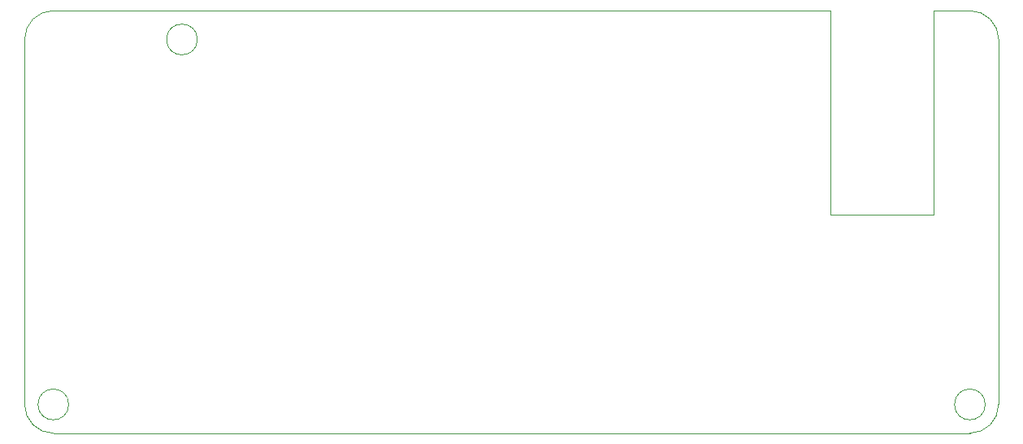
<source format=gm1>
%TF.GenerationSoftware,KiCad,Pcbnew,9.0.4-1.fc42app3*%
%TF.CreationDate,2025-10-31T17:54:05+01:00*%
%TF.ProjectId,ccc_macropad,6363635f-6d61-4637-926f-7061642e6b69,rev?*%
%TF.SameCoordinates,Original*%
%TF.FileFunction,Profile,NP*%
%FSLAX46Y46*%
G04 Gerber Fmt 4.6, Leading zero omitted, Abs format (unit mm)*
G04 Created by KiCad (PCBNEW 9.0.4-1.fc42app3) date 2025-10-31 17:54:05*
%MOMM*%
%LPD*%
G01*
G04 APERTURE LIST*
%TA.AperFunction,Profile*%
%ADD10C,0.038100*%
%TD*%
G04 APERTURE END LIST*
D10*
X210600000Y-79000000D02*
G75*
G02*
X207400000Y-79000000I-1600000J0D01*
G01*
X207400000Y-79000000D02*
G75*
G02*
X210600000Y-79000000I1600000J0D01*
G01*
X194505000Y-59250000D02*
X205255000Y-59250000D01*
X212000000Y-79000000D02*
X212000000Y-41000000D01*
X128500000Y-41000000D02*
G75*
G02*
X125300000Y-41000000I-1600000J0D01*
G01*
X125300000Y-41000000D02*
G75*
G02*
X128500000Y-41000000I1600000J0D01*
G01*
X209000000Y-38000000D02*
G75*
G02*
X212000000Y-41000000I0J-3000000D01*
G01*
X110500000Y-79000000D02*
X110500000Y-41000000D01*
X194500000Y-38000000D02*
X194505000Y-59250000D01*
X110500000Y-41000000D02*
G75*
G02*
X113500000Y-38000000I3000000J0D01*
G01*
X205250000Y-59250000D02*
X205250000Y-38000000D01*
X209000000Y-38000000D02*
X205250000Y-38000000D01*
X115100000Y-79000000D02*
G75*
G02*
X111900000Y-79000000I-1600000J0D01*
G01*
X111900000Y-79000000D02*
G75*
G02*
X115100000Y-79000000I1600000J0D01*
G01*
X113500000Y-82000000D02*
G75*
G02*
X110500000Y-79000000I0J3000000D01*
G01*
X209000000Y-82000000D02*
X113500000Y-82000000D01*
X212000000Y-79000000D02*
G75*
G02*
X209000000Y-82000000I-3000000J0D01*
G01*
X113500000Y-38000000D02*
X194500000Y-38000000D01*
M02*

</source>
